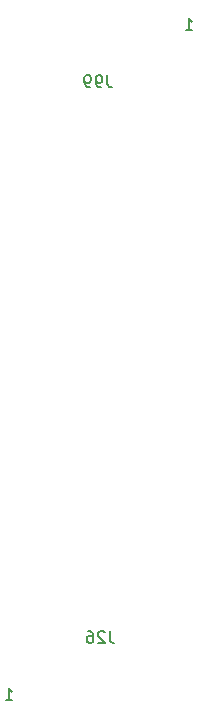
<source format=gbr>
%TF.GenerationSoftware,KiCad,Pcbnew,7.0.2*%
%TF.CreationDate,2023-09-29T19:09:54-06:00*%
%TF.ProjectId,micro-d-tes-aaray,6d696372-6f2d-4642-9d74-65732d616172,rev?*%
%TF.SameCoordinates,Original*%
%TF.FileFunction,Legend,Bot*%
%TF.FilePolarity,Positive*%
%FSLAX46Y46*%
G04 Gerber Fmt 4.6, Leading zero omitted, Abs format (unit mm)*
G04 Created by KiCad (PCBNEW 7.0.2) date 2023-09-29 19:09:54*
%MOMM*%
%LPD*%
G01*
G04 APERTURE LIST*
%ADD10C,0.150000*%
%ADD11C,3.500000*%
%ADD12O,0.920000X0.920000*%
%ADD13C,2.800000*%
G04 APERTURE END LIST*
D10*
%TO.C,J99*%
X18459523Y-7687119D02*
X18459523Y-8401404D01*
X18459523Y-8401404D02*
X18507142Y-8544261D01*
X18507142Y-8544261D02*
X18602380Y-8639500D01*
X18602380Y-8639500D02*
X18745237Y-8687119D01*
X18745237Y-8687119D02*
X18840475Y-8687119D01*
X17935713Y-8687119D02*
X17745237Y-8687119D01*
X17745237Y-8687119D02*
X17649999Y-8639500D01*
X17649999Y-8639500D02*
X17602380Y-8591880D01*
X17602380Y-8591880D02*
X17507142Y-8449023D01*
X17507142Y-8449023D02*
X17459523Y-8258547D01*
X17459523Y-8258547D02*
X17459523Y-7877595D01*
X17459523Y-7877595D02*
X17507142Y-7782357D01*
X17507142Y-7782357D02*
X17554761Y-7734738D01*
X17554761Y-7734738D02*
X17649999Y-7687119D01*
X17649999Y-7687119D02*
X17840475Y-7687119D01*
X17840475Y-7687119D02*
X17935713Y-7734738D01*
X17935713Y-7734738D02*
X17983332Y-7782357D01*
X17983332Y-7782357D02*
X18030951Y-7877595D01*
X18030951Y-7877595D02*
X18030951Y-8115690D01*
X18030951Y-8115690D02*
X17983332Y-8210928D01*
X17983332Y-8210928D02*
X17935713Y-8258547D01*
X17935713Y-8258547D02*
X17840475Y-8306166D01*
X17840475Y-8306166D02*
X17649999Y-8306166D01*
X17649999Y-8306166D02*
X17554761Y-8258547D01*
X17554761Y-8258547D02*
X17507142Y-8210928D01*
X17507142Y-8210928D02*
X17459523Y-8115690D01*
X16983332Y-8687119D02*
X16792856Y-8687119D01*
X16792856Y-8687119D02*
X16697618Y-8639500D01*
X16697618Y-8639500D02*
X16649999Y-8591880D01*
X16649999Y-8591880D02*
X16554761Y-8449023D01*
X16554761Y-8449023D02*
X16507142Y-8258547D01*
X16507142Y-8258547D02*
X16507142Y-7877595D01*
X16507142Y-7877595D02*
X16554761Y-7782357D01*
X16554761Y-7782357D02*
X16602380Y-7734738D01*
X16602380Y-7734738D02*
X16697618Y-7687119D01*
X16697618Y-7687119D02*
X16888094Y-7687119D01*
X16888094Y-7687119D02*
X16983332Y-7734738D01*
X16983332Y-7734738D02*
X17030951Y-7782357D01*
X17030951Y-7782357D02*
X17078570Y-7877595D01*
X17078570Y-7877595D02*
X17078570Y-8115690D01*
X17078570Y-8115690D02*
X17030951Y-8210928D01*
X17030951Y-8210928D02*
X16983332Y-8258547D01*
X16983332Y-8258547D02*
X16888094Y-8306166D01*
X16888094Y-8306166D02*
X16697618Y-8306166D01*
X16697618Y-8306166D02*
X16602380Y-8258547D01*
X16602380Y-8258547D02*
X16554761Y-8210928D01*
X16554761Y-8210928D02*
X16507142Y-8115690D01*
X25084285Y-3847119D02*
X25655713Y-3847119D01*
X25369999Y-3847119D02*
X25369999Y-2847119D01*
X25369999Y-2847119D02*
X25465237Y-2989976D01*
X25465237Y-2989976D02*
X25560475Y-3085214D01*
X25560475Y-3085214D02*
X25655713Y-3132833D01*
%TO.C,J26*%
X18659523Y-54737119D02*
X18659523Y-55451404D01*
X18659523Y-55451404D02*
X18707142Y-55594261D01*
X18707142Y-55594261D02*
X18802380Y-55689500D01*
X18802380Y-55689500D02*
X18945237Y-55737119D01*
X18945237Y-55737119D02*
X19040475Y-55737119D01*
X18230951Y-54832357D02*
X18183332Y-54784738D01*
X18183332Y-54784738D02*
X18088094Y-54737119D01*
X18088094Y-54737119D02*
X17849999Y-54737119D01*
X17849999Y-54737119D02*
X17754761Y-54784738D01*
X17754761Y-54784738D02*
X17707142Y-54832357D01*
X17707142Y-54832357D02*
X17659523Y-54927595D01*
X17659523Y-54927595D02*
X17659523Y-55022833D01*
X17659523Y-55022833D02*
X17707142Y-55165690D01*
X17707142Y-55165690D02*
X18278570Y-55737119D01*
X18278570Y-55737119D02*
X17659523Y-55737119D01*
X16802380Y-54737119D02*
X16992856Y-54737119D01*
X16992856Y-54737119D02*
X17088094Y-54784738D01*
X17088094Y-54784738D02*
X17135713Y-54832357D01*
X17135713Y-54832357D02*
X17230951Y-54975214D01*
X17230951Y-54975214D02*
X17278570Y-55165690D01*
X17278570Y-55165690D02*
X17278570Y-55546642D01*
X17278570Y-55546642D02*
X17230951Y-55641880D01*
X17230951Y-55641880D02*
X17183332Y-55689500D01*
X17183332Y-55689500D02*
X17088094Y-55737119D01*
X17088094Y-55737119D02*
X16897618Y-55737119D01*
X16897618Y-55737119D02*
X16802380Y-55689500D01*
X16802380Y-55689500D02*
X16754761Y-55641880D01*
X16754761Y-55641880D02*
X16707142Y-55546642D01*
X16707142Y-55546642D02*
X16707142Y-55308547D01*
X16707142Y-55308547D02*
X16754761Y-55213309D01*
X16754761Y-55213309D02*
X16802380Y-55165690D01*
X16802380Y-55165690D02*
X16897618Y-55118071D01*
X16897618Y-55118071D02*
X17088094Y-55118071D01*
X17088094Y-55118071D02*
X17183332Y-55165690D01*
X17183332Y-55165690D02*
X17230951Y-55213309D01*
X17230951Y-55213309D02*
X17278570Y-55308547D01*
X9844285Y-60577119D02*
X10415713Y-60577119D01*
X10129999Y-60577119D02*
X10129999Y-59577119D01*
X10129999Y-59577119D02*
X10225237Y-59719976D01*
X10225237Y-59719976D02*
X10320475Y-59815214D01*
X10320475Y-59815214D02*
X10415713Y-59862833D01*
%TD*%
%LPC*%
D11*
%TO.C,H1*%
X9250000Y-50750000D03*
%TD*%
%TO.C,H4*%
X9250000Y-12750000D03*
%TD*%
%TO.C,H3*%
X26250000Y-50750000D03*
%TD*%
%TO.C,H2*%
X26250000Y-12750000D03*
%TD*%
D12*
%TO.C,J99*%
X25370000Y-5374500D03*
X24100000Y-5374500D03*
X22830000Y-5374500D03*
X21560000Y-5374500D03*
X20290000Y-5374500D03*
X19020000Y-5374500D03*
X17750000Y-5374500D03*
X16480000Y-5374500D03*
X15210000Y-5374500D03*
X13940000Y-5374500D03*
X12670000Y-5374500D03*
X11400000Y-5374500D03*
X10130000Y-5374500D03*
X24735000Y-6474500D03*
X23465000Y-6474500D03*
X22195000Y-6474500D03*
X20925000Y-6474500D03*
X19655000Y-6474500D03*
X18385000Y-6474500D03*
X17115000Y-6474500D03*
X15845000Y-6474500D03*
X14575000Y-6474500D03*
X13305000Y-6474500D03*
X12035000Y-6474500D03*
X10765000Y-6474500D03*
D13*
X30025000Y-5864500D03*
X5475000Y-5924500D03*
%TD*%
D12*
%TO.C,J26*%
X10130000Y-58124500D03*
X11400000Y-58124500D03*
X12670000Y-58124500D03*
X13940000Y-58124500D03*
X15210000Y-58124500D03*
X16480000Y-58124500D03*
X17750000Y-58124500D03*
X19020000Y-58124500D03*
X20290000Y-58124500D03*
X21560000Y-58124500D03*
X22830000Y-58124500D03*
X24100000Y-58124500D03*
X25370000Y-58124500D03*
X10765000Y-57024500D03*
X12035000Y-57024500D03*
X13305000Y-57024500D03*
X14575000Y-57024500D03*
X15845000Y-57024500D03*
X17115000Y-57024500D03*
X18385000Y-57024500D03*
X19655000Y-57024500D03*
X20925000Y-57024500D03*
X22195000Y-57024500D03*
X23465000Y-57024500D03*
X24735000Y-57024500D03*
D13*
X5475000Y-57634500D03*
X30025000Y-57574500D03*
%TD*%
%LPD*%
M02*

</source>
